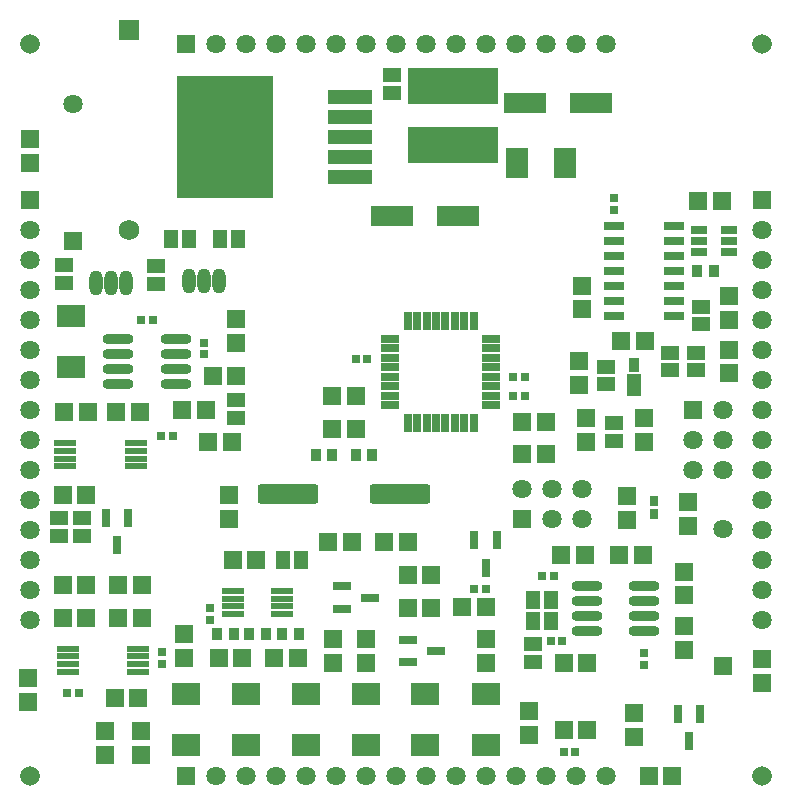
<source format=gts>
G04 Layer_Color=8388736*
%FSLAX44Y44*%
%MOMM*%
G71*
G01*
G75*
%ADD72R,1.5372X1.2372*%
%ADD73R,1.5372X1.6372*%
%ADD74R,0.7372X0.6372*%
%ADD75R,0.6872X1.6372*%
%ADD76R,1.6372X0.6872*%
%ADD77R,7.6372X3.1372*%
%ADD78R,1.6372X1.5372*%
%ADD79R,3.6372X1.7372*%
%ADD80R,1.9373X2.5372*%
%ADD81R,0.6372X0.7372*%
%ADD82R,1.7374X0.6960*%
%ADD83R,1.4580X0.6960*%
%ADD84R,0.9372X1.0372*%
%ADD85R,0.7372X1.5872*%
%ADD86R,1.2372X1.5372*%
%ADD87R,1.9152X0.5690*%
%ADD88R,1.5872X0.7372*%
%ADD89O,2.6372X0.8372*%
%ADD90R,2.4232X1.9152*%
G04:AMPARAMS|DCode=91|XSize=5.1471mm|YSize=1.6472mm|CornerRadius=0.2573mm|HoleSize=0mm|Usage=FLASHONLY|Rotation=180.000|XOffset=0mm|YOffset=0mm|HoleType=Round|Shape=RoundedRectangle|*
%AMROUNDEDRECTD91*
21,1,5.1471,1.1325,0,0,180.0*
21,1,4.6324,1.6472,0,0,180.0*
1,1,0.5147,-2.3162,0.5663*
1,1,0.5147,2.3162,0.5663*
1,1,0.5147,2.3162,-0.5663*
1,1,0.5147,-2.3162,-0.5663*
%
%ADD91ROUNDEDRECTD91*%
%ADD92R,1.9152X0.5436*%
%ADD93R,0.9271X1.2271*%
%ADD94R,1.1572X1.9271*%
%ADD95R,3.7372X1.2872*%
%ADD96R,8.2372X10.2872*%
%ADD97R,0.6372X0.8372*%
%ADD98C,1.6372*%
%ADD99R,1.6372X1.6372*%
%ADD100R,1.6372X1.6372*%
%ADD101O,1.1372X2.1372*%
%ADD102O,1.1372X2.1372*%
%ADD103R,1.7371X1.7371*%
%ADD104C,1.7371*%
%ADD105C,1.6612*%
D72*
X608000Y422500D02*
D03*
Y437500D02*
D03*
X347000Y633500D02*
D03*
Y618500D02*
D03*
X604000Y383500D02*
D03*
Y398500D02*
D03*
X582000Y383500D02*
D03*
Y398500D02*
D03*
X535000Y323500D02*
D03*
Y338500D02*
D03*
X528000Y371500D02*
D03*
Y386500D02*
D03*
X466000Y136500D02*
D03*
Y151500D02*
D03*
X215000Y358500D02*
D03*
Y343500D02*
D03*
X69000Y472500D02*
D03*
Y457500D02*
D03*
X147000Y471500D02*
D03*
Y456500D02*
D03*
X65000Y243500D02*
D03*
Y258500D02*
D03*
X84000Y243500D02*
D03*
Y258500D02*
D03*
D73*
X559000Y227000D02*
D03*
X539000D02*
D03*
X88000Y278000D02*
D03*
X68000D02*
D03*
X113000Y348000D02*
D03*
X133000D02*
D03*
X169000Y350000D02*
D03*
X189000D02*
D03*
X490000Y227000D02*
D03*
X510000D02*
D03*
X606000Y527000D02*
D03*
X626000D02*
D03*
X561000Y408000D02*
D03*
X541000D02*
D03*
X316000Y362000D02*
D03*
X296000D02*
D03*
Y334000D02*
D03*
X316000D02*
D03*
X457000Y340000D02*
D03*
X477000D02*
D03*
X457000Y313000D02*
D03*
X477000D02*
D03*
X360000Y182000D02*
D03*
X380000D02*
D03*
Y210000D02*
D03*
X360000D02*
D03*
X360000Y238000D02*
D03*
X340000D02*
D03*
X293000D02*
D03*
X313000D02*
D03*
X232000Y223000D02*
D03*
X212000D02*
D03*
X200000Y140000D02*
D03*
X220000D02*
D03*
X267000D02*
D03*
X247000D02*
D03*
X406000Y183000D02*
D03*
X426000D02*
D03*
X512000Y136000D02*
D03*
X492000D02*
D03*
X584000Y40000D02*
D03*
X564000D02*
D03*
X512000Y79000D02*
D03*
X492000D02*
D03*
X191000Y323000D02*
D03*
X211000D02*
D03*
X195000Y379000D02*
D03*
X215000D02*
D03*
X112000Y106000D02*
D03*
X132000D02*
D03*
X115000Y202000D02*
D03*
X135000D02*
D03*
X115000Y174000D02*
D03*
X135000D02*
D03*
X88000D02*
D03*
X68000D02*
D03*
X88000Y202000D02*
D03*
X68000D02*
D03*
X89000Y348000D02*
D03*
X69000D02*
D03*
D74*
X426000Y198000D02*
D03*
X416000D02*
D03*
X326000Y393000D02*
D03*
X316000D02*
D03*
X449000Y378000D02*
D03*
X459000D02*
D03*
X449000Y362000D02*
D03*
X459000D02*
D03*
X484000Y209000D02*
D03*
X474000D02*
D03*
X491000Y154000D02*
D03*
X481000D02*
D03*
X492000Y60000D02*
D03*
X502000D02*
D03*
X151000Y328000D02*
D03*
X161000D02*
D03*
X134000Y426000D02*
D03*
X144000D02*
D03*
X72000Y110000D02*
D03*
X82000D02*
D03*
D75*
X360000Y425000D02*
D03*
X368000D02*
D03*
X376000D02*
D03*
X384000D02*
D03*
X392000D02*
D03*
X400000D02*
D03*
X408000D02*
D03*
X416000D02*
D03*
Y339000D02*
D03*
X408000D02*
D03*
X400000D02*
D03*
X392000D02*
D03*
X384000D02*
D03*
X376000D02*
D03*
X368000D02*
D03*
X360000D02*
D03*
D76*
X431000Y410000D02*
D03*
Y402000D02*
D03*
Y394000D02*
D03*
Y386000D02*
D03*
Y378000D02*
D03*
Y370000D02*
D03*
Y362000D02*
D03*
Y354000D02*
D03*
X345000D02*
D03*
Y362000D02*
D03*
Y370000D02*
D03*
Y378000D02*
D03*
Y386000D02*
D03*
Y394000D02*
D03*
Y402000D02*
D03*
Y410000D02*
D03*
D77*
X398000Y574000D02*
D03*
Y624000D02*
D03*
D78*
X597000Y252000D02*
D03*
Y272000D02*
D03*
X632000Y446000D02*
D03*
Y426000D02*
D03*
Y381000D02*
D03*
Y401000D02*
D03*
X508000Y455000D02*
D03*
Y435000D02*
D03*
X511000Y343000D02*
D03*
Y323000D02*
D03*
X560000D02*
D03*
Y343000D02*
D03*
X505000Y371000D02*
D03*
Y391000D02*
D03*
X297000Y156000D02*
D03*
Y136000D02*
D03*
X324600Y156000D02*
D03*
Y136000D02*
D03*
X426000D02*
D03*
Y156000D02*
D03*
X594000Y213000D02*
D03*
Y193000D02*
D03*
Y167000D02*
D03*
Y147000D02*
D03*
X660000Y119000D02*
D03*
Y139000D02*
D03*
X552000Y73000D02*
D03*
Y93000D02*
D03*
X463000Y75000D02*
D03*
Y95000D02*
D03*
X171000Y160000D02*
D03*
Y140000D02*
D03*
X209000Y278000D02*
D03*
Y258000D02*
D03*
X215000Y407000D02*
D03*
Y427000D02*
D03*
X104000Y78000D02*
D03*
Y58000D02*
D03*
X134000Y78000D02*
D03*
Y58000D02*
D03*
X39000Y123000D02*
D03*
Y103000D02*
D03*
X40000Y579000D02*
D03*
Y559000D02*
D03*
X546000Y257000D02*
D03*
Y277000D02*
D03*
D79*
X459000Y610000D02*
D03*
X515000D02*
D03*
X403000Y514000D02*
D03*
X347000D02*
D03*
D80*
X452751Y559000D02*
D03*
X493249D02*
D03*
D81*
X535000Y519000D02*
D03*
Y529000D02*
D03*
X193000Y182000D02*
D03*
Y172000D02*
D03*
X560000Y144000D02*
D03*
Y134000D02*
D03*
X152000Y145000D02*
D03*
Y135000D02*
D03*
X188000Y407000D02*
D03*
Y397000D02*
D03*
D82*
X535000Y505700D02*
D03*
Y493000D02*
D03*
Y480300D02*
D03*
Y467600D02*
D03*
Y454900D02*
D03*
Y442200D02*
D03*
Y429500D02*
D03*
X585800D02*
D03*
Y442200D02*
D03*
Y454900D02*
D03*
Y467600D02*
D03*
Y480300D02*
D03*
Y493000D02*
D03*
Y505700D02*
D03*
D83*
X631700Y502398D02*
D03*
Y493000D02*
D03*
Y483602D02*
D03*
X606300D02*
D03*
Y493000D02*
D03*
Y502398D02*
D03*
D84*
X619000Y468000D02*
D03*
X605000D02*
D03*
X296000Y312000D02*
D03*
X282000D02*
D03*
X316000Y312000D02*
D03*
X330000D02*
D03*
X226000Y160000D02*
D03*
X240000D02*
D03*
X199000D02*
D03*
X213000D02*
D03*
X254000D02*
D03*
X268000D02*
D03*
D85*
X435500Y239750D02*
D03*
X416500D02*
D03*
X426000Y216250D02*
D03*
X607500Y92750D02*
D03*
X588500D02*
D03*
X598000Y69250D02*
D03*
X123500Y258750D02*
D03*
X104500D02*
D03*
X114000Y235250D02*
D03*
D86*
X254500Y223000D02*
D03*
X269500D02*
D03*
X481500Y189000D02*
D03*
X466500D02*
D03*
X481500Y171000D02*
D03*
X466500D02*
D03*
X201500Y495000D02*
D03*
X216500D02*
D03*
X174500Y495000D02*
D03*
X159500D02*
D03*
D87*
X212553Y177250D02*
D03*
Y183750D02*
D03*
Y190250D02*
D03*
Y196750D02*
D03*
X253447D02*
D03*
Y190250D02*
D03*
Y183750D02*
D03*
Y177250D02*
D03*
D88*
X360250Y155500D02*
D03*
Y136500D02*
D03*
X383750Y146000D02*
D03*
X304250Y200500D02*
D03*
Y181500D02*
D03*
X327750Y191000D02*
D03*
D89*
X560500Y162950D02*
D03*
Y175650D02*
D03*
Y188350D02*
D03*
Y201050D02*
D03*
X511500Y162950D02*
D03*
Y175650D02*
D03*
Y188350D02*
D03*
Y201050D02*
D03*
X163500Y371950D02*
D03*
Y384650D02*
D03*
Y397350D02*
D03*
Y410050D02*
D03*
X114500Y371950D02*
D03*
Y384650D02*
D03*
Y397350D02*
D03*
Y410050D02*
D03*
D90*
X426200Y66230D02*
D03*
Y109770D02*
D03*
X375000Y66230D02*
D03*
Y109770D02*
D03*
X324600Y66230D02*
D03*
Y109770D02*
D03*
X274000Y66230D02*
D03*
Y109770D02*
D03*
X223000Y66230D02*
D03*
Y109770D02*
D03*
X172200Y66230D02*
D03*
Y109770D02*
D03*
X75000Y429770D02*
D03*
Y386230D02*
D03*
D91*
X258500Y279000D02*
D03*
X353501D02*
D03*
D92*
X131718Y128250D02*
D03*
Y134750D02*
D03*
Y141250D02*
D03*
Y147750D02*
D03*
X72282D02*
D03*
Y141250D02*
D03*
Y134750D02*
D03*
Y128250D02*
D03*
X70282Y321750D02*
D03*
Y315250D02*
D03*
Y308750D02*
D03*
Y302250D02*
D03*
X129718D02*
D03*
Y308750D02*
D03*
Y315250D02*
D03*
Y321750D02*
D03*
D93*
X552000Y387901D02*
D03*
D94*
Y371000D02*
D03*
D95*
X311500Y547000D02*
D03*
Y564000D02*
D03*
Y581000D02*
D03*
Y598000D02*
D03*
Y615000D02*
D03*
D96*
X205000Y581000D02*
D03*
D97*
X569000Y261500D02*
D03*
Y272500D02*
D03*
D98*
X527800Y660000D02*
D03*
X502400D02*
D03*
X477000D02*
D03*
X451600D02*
D03*
X426200D02*
D03*
X400800D02*
D03*
X375400D02*
D03*
X350000D02*
D03*
X324600D02*
D03*
X299200D02*
D03*
X273800D02*
D03*
X248400D02*
D03*
X223000D02*
D03*
X197600D02*
D03*
X627000Y350000D02*
D03*
X601600Y324600D02*
D03*
X627000D02*
D03*
X601600Y299200D02*
D03*
X627000D02*
D03*
X457000Y283000D02*
D03*
X482400Y257600D02*
D03*
Y283000D02*
D03*
X507800Y257600D02*
D03*
Y283000D02*
D03*
X527800Y40000D02*
D03*
X502400D02*
D03*
X477000D02*
D03*
X451600D02*
D03*
X426200D02*
D03*
X400800D02*
D03*
X375400D02*
D03*
X350000D02*
D03*
X324600D02*
D03*
X299200D02*
D03*
X273800D02*
D03*
X248400D02*
D03*
X223000D02*
D03*
X197600D02*
D03*
X40000Y172000D02*
D03*
Y197400D02*
D03*
Y222800D02*
D03*
Y248200D02*
D03*
Y273600D02*
D03*
Y299000D02*
D03*
Y324400D02*
D03*
Y349800D02*
D03*
Y375200D02*
D03*
Y400600D02*
D03*
Y426000D02*
D03*
Y451400D02*
D03*
Y476800D02*
D03*
Y502200D02*
D03*
X77000Y609250D02*
D03*
X660000Y172000D02*
D03*
Y197400D02*
D03*
Y222800D02*
D03*
Y248200D02*
D03*
Y273600D02*
D03*
Y299000D02*
D03*
Y324400D02*
D03*
Y349800D02*
D03*
Y375200D02*
D03*
Y400600D02*
D03*
Y426000D02*
D03*
Y451400D02*
D03*
Y476800D02*
D03*
Y502200D02*
D03*
X627000Y249250D02*
D03*
D99*
X172200Y660000D02*
D03*
X457000Y257600D02*
D03*
X172200Y40000D02*
D03*
D100*
X601600Y350000D02*
D03*
X40000Y527600D02*
D03*
X77000Y492750D02*
D03*
X660000Y527600D02*
D03*
X627000Y132750D02*
D03*
D101*
X200700Y459000D02*
D03*
X175300D02*
D03*
X121700Y457000D02*
D03*
X96300D02*
D03*
D102*
X188000Y459000D02*
D03*
X109000Y457000D02*
D03*
D103*
X124000Y672001D02*
D03*
D104*
Y501999D02*
D03*
D105*
X660000Y40000D02*
D03*
Y660000D02*
D03*
X40000D02*
D03*
Y40000D02*
D03*
M02*

</source>
